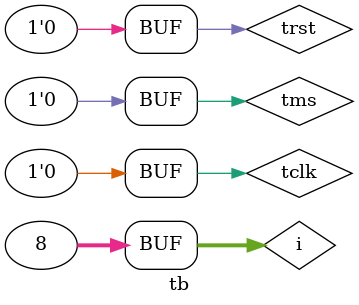
<source format=v>
`include "tap.v"

module tb;

  reg tclk  ;
  reg tms   ;
  reg trst  ;

  wire test_logic_reset ;
  wire run_test_idle    ;
  wire select_dr_scan   ;
  wire capture_dr       ;
  wire shift_dr         ;
  wire exit1_dr         ;
  wire pause_dr         ;
  wire exit2_dr         ;
  wire update_dr        ;
  wire select_ir_scan   ;
  wire capture_ir       ;
  wire shift_ir         ;
  wire exit1_ir         ;
  wire pause_ir         ;
  wire exit2_ir         ;
  wire update_ir        ;


  tap dut(
    .tclk (tclk),
    .tms  (tms),
    .trst (trst),

    .test_logic_reset (test_logic_reset),
    .run_test_idle    (run_test_idle),
    .select_dr_scan   (select_dr_scan),
    .capture_dr       (capture_dr),
    .shift_dr         (shift_dr),
    .exit1_dr         (exit1_dr),
    .pause_dr         (pause_dr),
    .exit2_dr         (exit2_dr),
    .update_dr        (update_dr),
    .select_ir_scan   (select_ir_scan),
    .capture_ir       (capture_ir),
    .shift_ir         (shift_ir),
    .exit1_ir         (exit1_ir),
    .pause_ir         (pause_ir),
    .exit2_ir         (exit2_ir),
    .update_ir        (update_ir)
  );

  integer i;

  initial begin
    $dumpfile("test.vcd");
    $dumpvars(0, tb);
    {trst,tms,tclk} = 0;

    for (i=0;i<8;i++) begin
      #10;
      {trst,tms,tclk} = {trst,tms,tclk} + 1;
    end
  end

  initial
    $monitor("tclk=%b, tms=%b, trst=%b, test_logic_reset=%b, run_test_idle=%b, select_dr_scan=%b, capture_dr=%b, shift_dr=%b, exit1_dr=%b, pause_dr=%b, exit2_dr=%b, update_dr=%b, select_ir_scan=%b, capture_ir=%b, shift_ir=%b, exit1_ir=%b, pause_ir=%b,  exit2_ir=%b, update_ir=%b",tclk, tms, trst, test_logic_reset, run_test_idle, select_dr_scan, capture_dr, shift_dr, exit1_dr, pause_dr, exit2_dr,  update_dr, select_ir_scan, capture_ir, shift_ir, exit1_ir, pause_ir, exit2_ir, update_ir);
endmodule




</source>
